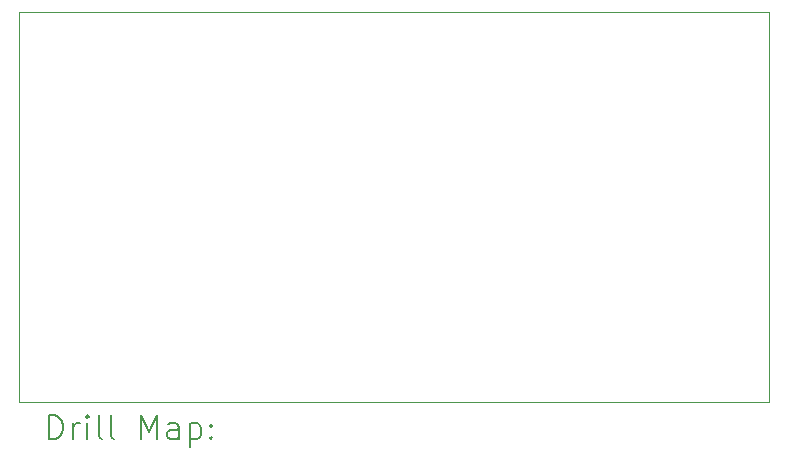
<source format=gbr>
%TF.GenerationSoftware,KiCad,Pcbnew,(6.0.7)*%
%TF.CreationDate,2023-06-30T10:06:51-07:00*%
%TF.ProjectId,Solenoid Board Ground Systems,536f6c65-6e6f-4696-9420-426f61726420,rev?*%
%TF.SameCoordinates,Original*%
%TF.FileFunction,Drillmap*%
%TF.FilePolarity,Positive*%
%FSLAX45Y45*%
G04 Gerber Fmt 4.5, Leading zero omitted, Abs format (unit mm)*
G04 Created by KiCad (PCBNEW (6.0.7)) date 2023-06-30 10:06:51*
%MOMM*%
%LPD*%
G01*
G04 APERTURE LIST*
%ADD10C,0.100000*%
%ADD11C,0.200000*%
G04 APERTURE END LIST*
D10*
X2540000Y-2540000D02*
X8890000Y-2540000D01*
X8890000Y-2540000D02*
X8890000Y-5842000D01*
X8890000Y-5842000D02*
X2540000Y-5842000D01*
X2540000Y-5842000D02*
X2540000Y-2540000D01*
D11*
X2792619Y-6157476D02*
X2792619Y-5957476D01*
X2840238Y-5957476D01*
X2868809Y-5967000D01*
X2887857Y-5986048D01*
X2897381Y-6005095D01*
X2906905Y-6043190D01*
X2906905Y-6071762D01*
X2897381Y-6109857D01*
X2887857Y-6128905D01*
X2868809Y-6147952D01*
X2840238Y-6157476D01*
X2792619Y-6157476D01*
X2992619Y-6157476D02*
X2992619Y-6024143D01*
X2992619Y-6062238D02*
X3002143Y-6043190D01*
X3011667Y-6033667D01*
X3030714Y-6024143D01*
X3049762Y-6024143D01*
X3116428Y-6157476D02*
X3116428Y-6024143D01*
X3116428Y-5957476D02*
X3106905Y-5967000D01*
X3116428Y-5976524D01*
X3125952Y-5967000D01*
X3116428Y-5957476D01*
X3116428Y-5976524D01*
X3240238Y-6157476D02*
X3221190Y-6147952D01*
X3211667Y-6128905D01*
X3211667Y-5957476D01*
X3345000Y-6157476D02*
X3325952Y-6147952D01*
X3316428Y-6128905D01*
X3316428Y-5957476D01*
X3573571Y-6157476D02*
X3573571Y-5957476D01*
X3640238Y-6100333D01*
X3706905Y-5957476D01*
X3706905Y-6157476D01*
X3887857Y-6157476D02*
X3887857Y-6052714D01*
X3878333Y-6033667D01*
X3859286Y-6024143D01*
X3821190Y-6024143D01*
X3802143Y-6033667D01*
X3887857Y-6147952D02*
X3868809Y-6157476D01*
X3821190Y-6157476D01*
X3802143Y-6147952D01*
X3792619Y-6128905D01*
X3792619Y-6109857D01*
X3802143Y-6090809D01*
X3821190Y-6081286D01*
X3868809Y-6081286D01*
X3887857Y-6071762D01*
X3983095Y-6024143D02*
X3983095Y-6224143D01*
X3983095Y-6033667D02*
X4002143Y-6024143D01*
X4040238Y-6024143D01*
X4059286Y-6033667D01*
X4068809Y-6043190D01*
X4078333Y-6062238D01*
X4078333Y-6119381D01*
X4068809Y-6138428D01*
X4059286Y-6147952D01*
X4040238Y-6157476D01*
X4002143Y-6157476D01*
X3983095Y-6147952D01*
X4164048Y-6138428D02*
X4173571Y-6147952D01*
X4164048Y-6157476D01*
X4154524Y-6147952D01*
X4164048Y-6138428D01*
X4164048Y-6157476D01*
X4164048Y-6033667D02*
X4173571Y-6043190D01*
X4164048Y-6052714D01*
X4154524Y-6043190D01*
X4164048Y-6033667D01*
X4164048Y-6052714D01*
M02*

</source>
